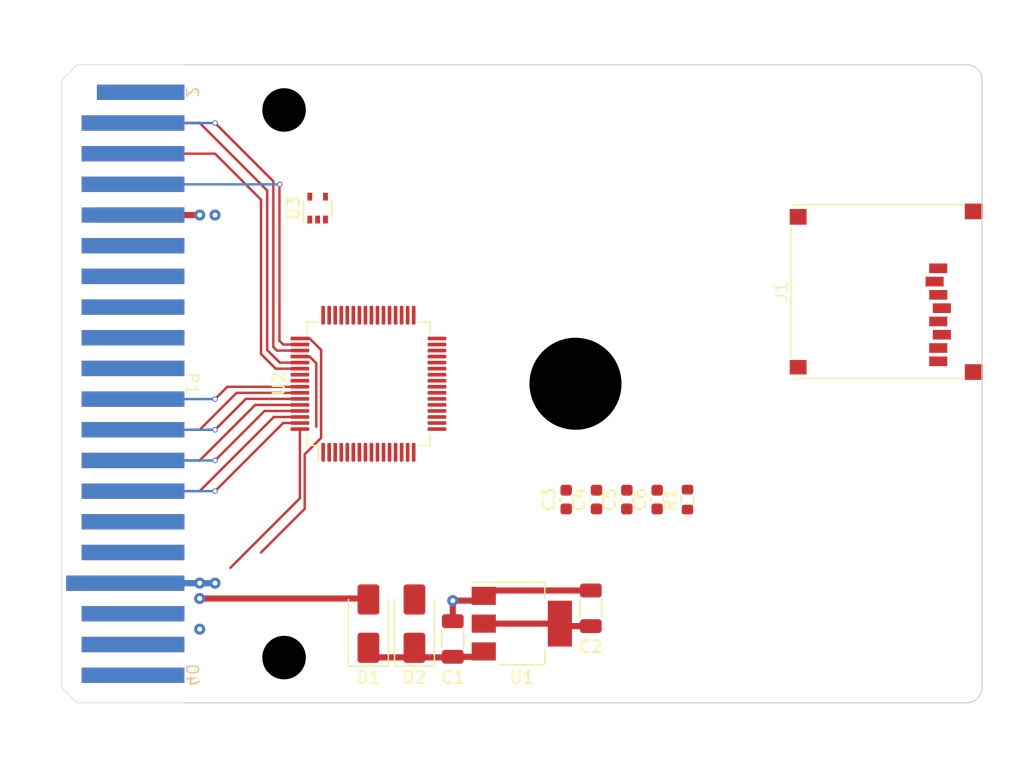
<source format=kicad_pcb>
(kicad_pcb (version 20221018) (generator pcbnew)
  (title_block (title "TRS-80 CoCo Cart Emulator") (date "2023-11-24") (rev "v0.1") (company "© 2023 Sam Hanes, licensed under CERN-OHL-W v2") (comment 1 "https://github.com/Elemecca/coco-wedge"))
  (layers (0 "F.Cu" signal) (1 "In1.Cu" power) (2 "In2.Cu" power) (31 "B.Cu" signal) (34 "B.Paste" user) (35 "F.Paste" user) (36 "B.SilkS" user "B.Silkscreen") (37 "F.SilkS" user "F.Silkscreen") (38 "B.Mask" user) (39 "F.Mask" user) (44 "Edge.Cuts" user))
  (net 0 "")
  (net 1 "/+5V_IN")
  (net 2 "GND")
  (net 3 "+3V3")
  (net 4 "/OSC_IN")
  (net 5 "/OSC_OUT")
  (net 6 "+5V")
  (net 7 "VBUS")
  (net 8 "Net-(SW2-B)")
  (net 9 "/~{BOOT}")
  (net 10 "/E")
  (net 11 "/Q")
  (net 15 "/SWD_~{RST}")
  (net 16 "/D0")
  (net 17 "/D1")
  (net 18 "/D2")
  (net 19 "/D3")
  (net 24 "/SD_~{CS}")
  (net 25 "/SD_SCLK")
  (net 26 "/SD_MISO")
  (net 27 "/SD_MOSI")
  (net 28 "/D4")
  (net 29 "/D5")
  (net 30 "/A0")
  (net 31 "/A1")
  (net 32 "/A2")
  (net 33 "/A10")
  (net 34 "/A11")
  (net 35 "/A12")
  (net 36 "/A13")
  (net 37 "/A14")
  (net 38 "/A15")
  (net 41 "/D6")
  (net 42 "/D7")
  (net 46 "/USB_DM")
  (net 47 "/USB_DP")
  (net 48 "/SWD_DIO")
  (net 49 "/SWD_CLK")
  (net 51 "/R{slash}~{W}")
  (net 52 "/~{CTS}")
  (net 53 "/~{CART}")
  (net 54 "/~{NMI}")
  (net 55 "/~{SLEN}")
  (net 56 "/~{HALT}")
  (net 57 "/~{RESET}")
  (net 60 "/A3")
  (net 61 "/A4")
  (net 62 "/A5")
  (net 63 "/A6")
  (net 64 "/A7")
  (net 65 "/A8")
  (net 66 "/A9")
  (net 67 "/~{SCS}")
  (net 74 "/SD_DET")
  (footprint "Diode_SMD:D_SMA" (layer "F.Cu") (at 127 121.461 90)
    (fp_text reference "D1" (at -4.445 0) (layer "F.SilkS"))
    (fp_text value "SS12-AT" hide)
    (fp_line (start -3.51 -1.65) (end -3.51 1.65) (stroke (width 0.12)) (layer "F.SilkS"))
    (fp_line (start -3.51 -1.65) (end 2 -1.65) (stroke (width 0.12)) (layer "F.SilkS"))
    (fp_line (start -3.51 1.65) (end 2 1.65) (stroke (width 0.12)) (layer "F.SilkS"))
    (pad "1" smd roundrect (at -2 0 90) (size 2.5 1.8) (layers "F.Cu" "F.Paste" "F.Mask") (roundrect_rratio 0.1388888889) (net 1 "/+5V_IN"))
    (pad "2" smd roundrect (at 2 0 90) (size 2.5 1.8) (layers "F.Cu" "F.Paste" "F.Mask") (roundrect_rratio 0.1388888889) (net 6 "+5V"))
  )
  (footprint "Capacitor_SMD:C_1206_3216Metric" (layer "F.Cu") (at 133.985 122.731 90)
    (fp_text reference "C1" (at -3.175 0) (layer "F.SilkS"))
    (fp_text value "22u")
    (fp_line (start -0.711252 -0.91) (end 0.711252 -0.91) (stroke (width 0.12)) (layer "F.SilkS"))
    (fp_line (start -0.711252 0.91) (end 0.711252 0.91) (stroke (width 0.12)) (layer "F.SilkS"))
    (pad "1" smd roundrect (at -1.475 0 90) (size 1.15 1.8) (layers "F.Cu" "F.Paste" "F.Mask") (roundrect_rratio 0.217391) (net 1 "/+5V_IN"))
    (pad "2" smd roundrect (at 1.475 0 90) (size 1.15 1.8) (layers "F.Cu" "F.Paste" "F.Mask") (roundrect_rratio 0.217391) (net 2 "GND"))
  )
  (footprint "Diode_SMD:D_SMA" (layer "F.Cu") (at 130.81 121.461 90)
    (fp_text reference "D2" (at -4.445 0) (layer "F.SilkS"))
    (fp_text value "SS12-AT")
    (fp_line (start -3.51 -1.65) (end -3.51 1.65) (stroke (width 0.12)) (layer "F.SilkS"))
    (fp_line (start -3.51 -1.65) (end 2 -1.65) (stroke (width 0.12)) (layer "F.SilkS"))
    (fp_line (start -3.51 1.65) (end 2 1.65) (stroke (width 0.12)) (layer "F.SilkS"))
    (pad "1" smd roundrect (at -2 0 90) (size 2.5 1.8) (layers "F.Cu" "F.Paste" "F.Mask") (roundrect_rratio 0.1388888889) (net 1 "/+5V_IN"))
    (pad "2" smd roundrect (at 2 0 90) (size 2.5 1.8) (layers "F.Cu" "F.Paste" "F.Mask") (roundrect_rratio 0.1388888889) (net 7 "VBUS"))
  )
  (footprint "Package_TO_SOT_SMD:SOT-223-3_TabPin2" (layer "F.Cu") (at 139.7 121.461)
    (fp_text reference "U1" (at 0 4.445) (layer "F.SilkS"))
    (fp_text value "AMS1117-3.3")
    (fp_line (start -4.1 -3.41) (end 1.91 -3.41) (stroke (width 0.12)) (layer "F.SilkS"))
    (fp_line (start -1.85 3.41) (end 1.91 3.41) (stroke (width 0.12)) (layer "F.SilkS"))
    (fp_line (start 1.91 -3.41) (end 1.91 -2.15) (stroke (width 0.12)) (layer "F.SilkS"))
    (fp_line (start 1.91 3.41) (end 1.91 2.15) (stroke (width 0.12)) (layer "F.SilkS"))
    (pad "1" smd rect (at -3.15 -2.3) (size 2 1.5) (layers "F.Cu" "F.Paste" "F.Mask") (net 2 "GND"))
    (pad "2" smd rect (at -3.15 0) (size 2 1.5) (layers "F.Cu" "F.Paste" "F.Mask") (net 3 "+3V3"))
    (pad "2" smd rect (at 3.15 0) (size 2 3.8) (layers "F.Cu" "F.Paste" "F.Mask") (net 3 "+3V3"))
    (pad "3" smd rect (at -3.15 2.3) (size 2 1.5) (layers "F.Cu" "F.Paste" "F.Mask") (net 1 "/+5V_IN"))
  )
  (footprint "Resistor_SMD:R_0603_1608Metric" (layer "F.Cu") (at 153.416 111.189 90)
    (fp_text reference "R1" (at 0 -1.43 90) (layer "F.SilkS"))
    (fp_text value "100k")
    (fp_line (start -0.237258 -0.5225) (end 0.237258 -0.5225) (stroke (width 0.12)) (layer "F.SilkS"))
    (fp_line (start -0.237258 0.5225) (end 0.237258 0.5225) (stroke (width 0.12)) (layer "F.SilkS"))
    (pad "1" smd roundrect (at -0.825 0 90) (size 0.8 0.95) (layers "F.Cu" "F.Paste" "F.Mask") (net 8 "Net-(SW2-B)"))
    (pad "2" smd roundrect (at 0.825 0 90) (size 0.8 0.95) (layers "F.Cu" "F.Paste" "F.Mask") (net 9 "/~{BOOT}"))
  )
  (footprint "Capacitor_SMD:C_0603_1608Metric" (layer "F.Cu") (at 145.886 111.189 90)
    (fp_text reference "C4" (at 0 -1.43 90) (layer "F.SilkS"))
    (fp_text value "20p")
    (fp_line (start -0.14058 -0.51) (end 0.14058 -0.51) (stroke (width 0.12)) (layer "F.SilkS"))
    (fp_line (start -0.14058 0.51) (end 0.14058 0.51) (stroke (width 0.12)) (layer "F.SilkS"))
    (pad "1" smd roundrect (at -0.775 0 90) (size 0.9 0.95) (layers "F.Cu" "F.Paste" "F.Mask") (net 5 "/OSC_OUT"))
    (pad "2" smd roundrect (at 0.775 0 90) (size 0.9 0.95) (layers "F.Cu" "F.Paste" "F.Mask") (net 2 "GND"))
  )
  (footprint "Capacitor_SMD:C_0603_1608Metric" (layer "F.Cu") (at 143.376 111.189 90)
    (fp_text reference "C3" (at 0 -1.43 90) (layer "F.SilkS"))
    (fp_text value "20p")
    (fp_line (start -0.14058 -0.51) (end 0.14058 -0.51) (stroke (width 0.12)) (layer "F.SilkS"))
    (fp_line (start -0.14058 0.51) (end 0.14058 0.51) (stroke (width 0.12)) (layer "F.SilkS"))
    (pad "1" smd roundrect (at -0.775 0 90) (size 0.9 0.95) (layers "F.Cu" "F.Paste" "F.Mask") (net 4 "/OSC_IN"))
    (pad "2" smd roundrect (at 0.775 0 90) (size 0.9 0.95) (layers "F.Cu" "F.Paste" "F.Mask") (net 2 "GND"))
  )
  (footprint "Capacitor_SMD:C_1206_3216Metric" (layer "F.Cu") (at 145.415 120.191 90)
    (fp_text reference "C2" (at -3.175 0) (layer "F.SilkS"))
    (fp_text value "22u")
    (fp_line (start -0.711252 -0.91) (end 0.711252 -0.91) (stroke (width 0.12)) (layer "F.SilkS"))
    (fp_line (start -0.711252 0.91) (end 0.711252 0.91) (stroke (width 0.12)) (layer "F.SilkS"))
    (pad "1" smd roundrect (at -1.475 0 90) (size 1.15 1.8) (layers "F.Cu" "F.Paste" "F.Mask") (roundrect_rratio 0.217391) (net 3 "+3V3"))
    (pad "2" smd roundrect (at 1.475 0 90) (size 1.15 1.8) (layers "F.Cu" "F.Paste" "F.Mask") (roundrect_rratio 0.217391) (net 2 "GND"))
  )
  (footprint "Capacitor_SMD:C_0603_1608Metric" (layer "F.Cu") (at 148.396 111.189 90)
    (fp_text reference "C5" (at 0 -1.43 90) (layer "F.SilkS"))
    (fp_text value "100n")
    (fp_line (start -0.14058 -0.51) (end 0.14058 -0.51) (stroke (width 0.12)) (layer "F.SilkS"))
    (fp_line (start -0.14058 0.51) (end 0.14058 0.51) (stroke (width 0.12)) (layer "F.SilkS"))
    (pad "1" smd roundrect (at -0.775 0 90) (size 0.9 0.95) (layers "F.Cu" "F.Paste" "F.Mask") (net 3 "+3V3"))
    (pad "2" smd roundrect (at 0.775 0 90) (size 0.9 0.95) (layers "F.Cu" "F.Paste" "F.Mask") (net 2 "GND"))
  )
  (footprint "Package_TO_SOT_SMD:SOT-353_SC-70-5" (layer "F.Cu") (at 122.794 87.056 90)
    (fp_text reference "U3" (at 0 -2 90) (layer "F.SilkS"))
    (fp_text value "74LVC1G07")
    (fp_line (start -0.7 1.16) (end 0.7 1.16) (stroke (width 0.12)) (layer "F.SilkS"))
    (fp_line (start 0.7 -1.16) (end -1.2 -1.16) (stroke (width 0.12)) (layer "F.SilkS"))
    (pad "1" smd rect (at -0.95 -0.65 90) (size 0.65 0.4) (layers "F.Cu" "F.Paste" "F.Mask"))
    (pad "2" smd rect (at -0.95 0 90) (size 0.65 0.4) (layers "F.Cu" "F.Paste" "F.Mask") (net 9 "/~{BOOT}"))
    (pad "3" smd rect (at -0.95 0.65 90) (size 0.65 0.4) (layers "F.Cu" "F.Paste" "F.Mask") (net 2 "GND"))
    (pad "4" smd rect (at 0.95 0.65 90) (size 0.65 0.4) (layers "F.Cu" "F.Paste" "F.Mask") (net 57 "/~{RESET}"))
    (pad "5" smd rect (at 0.95 -0.65 90) (size 0.65 0.4) (layers "F.Cu" "F.Paste" "F.Mask") (net 3 "+3V3"))
  )
  (footprint "0Local:CoCo_Cart" (layer "F.Cu") (at 101.6 101.6 -90)
    (fp_text reference "P1" (at 0 -10.795 -90 unlocked) (layer "F.SilkS") (effects (font (thickness 0.1))))
    (fp_text value "~" hide)
    (fp_text user "40" (at 24.13 -10.795 -90 unlocked) (layer "B.SilkS") (effects (font (thickness 0.1)) (justify mirror)))
    (fp_text user "2" (at -24.13 -10.795 -90 unlocked) (layer "B.SilkS") (effects (font (thickness 0.1)) (justify mirror)))
    (fp_text user "39" (at 24.13 -10.795 -90 unlocked) (layer "F.SilkS") (effects (font (thickness 0.1))))
    (fp_text user "1" (at -24.13 -10.795 -90 unlocked) (layer "F.SilkS") (effects (font (thickness 0.1))))
    (fp_line (start -26.416 -1.27) (end -26.416 -10.16) (stroke (width 0.05)) (layer "Edge.Cuts"))
    (fp_line (start -25.146 0) (end -26.416 -1.27) (stroke (width 0.05)) (layer "Edge.Cuts"))
    (fp_line (start -25.146 0) (end 25.146 0) (stroke (width 0.05)) (layer "Edge.Cuts"))
    (fp_line (start 25.146 0) (end 26.416 -1.27) (stroke (width 0.05)) (layer "Edge.Cuts"))
    (fp_line (start 26.416 -1.27) (end 26.416 -10.16) (stroke (width 0.05)) (layer "Edge.Cuts"))
    (pad "" np_thru_hole circle (at -22.6695 -18.415 270) (size 5.715 5.715) (drill 3.6068) (layers "*.Mask"))
    (pad "" np_thru_hole circle (at 0 -42.545 90) (size 7.62 7.62) (drill 7.62) (layers "*.Mask"))
    (pad "" np_thru_hole circle (at 22.6695 -18.415 90) (size 5.715 5.715) (drill 3.6068) (layers "*.Mask"))
    (pad "1" connect rect (at -24.13 -6.5405 90) (size 1.27 7.239) (layers "F.Cu"))
    (pad "2" connect rect (at -24.13 -6.5405 90) (size 1.27 7.239) (layers "B.Cu"))
    (pad "3" connect rect (at -21.59 -5.9055 90) (size 1.27 8.509) (layers "F.Cu") (net 56 "/~{HALT}"))
    (pad "4" connect rect (at -21.59 -5.9055 90) (size 1.27 8.509) (layers "B.Cu") (net 54 "/~{NMI}"))
    (pad "5" connect rect (at -19.05 -5.9055 90) (size 1.27 8.509) (layers "F.Cu") (net 57 "/~{RESET}"))
    (pad "6" connect rect (at -19.05 -5.9055 90) (size 1.27 8.509) (layers "B.Cu") (net 10 "/E"))
    (pad "7" connect rect (at -16.51 -5.9055 90) (size 1.27 8.509) (layers "F.Cu") (net 11 "/Q"))
    (pad "8" connect rect (at -16.51 -5.9055 90) (size 1.27 8.509) (layers "B.Cu") (net 53 "/~{CART}"))
    (pad "9" connect rect (at -13.97 -6.5405 90) (size 1.27 7.239) (layers "F.Cu") (net 6 "+5V"))
    (pad "10" connect rect (at -13.97 -5.9055 90) (size 1.27 8.509) (layers "B.Cu") (net 16 "/D0"))
    (pad "11" connect rect (at -11.43 -5.9055 90) (size 1.27 8.509) (layers "F.Cu") (net 17 "/D1"))
    (pad "12" connect rect (at -11.43 -5.9055 90) (size 1.27 8.509) (layers "B.Cu") (net 18 "/D2"))
    (pad "13" connect rect (at -8.89 -5.9055 90) (size 1.27 8.509) (layers "F.Cu") (net 19 "/D3"))
    (pad "14" connect rect (at -8.89 -5.9055 90) (size 1.27 8.509) (layers "B.Cu") (net 28 "/D4"))
    (pad "15" connect rect (at -6.35 -5.9055 90) (size 1.27 8.509) (layers "F.Cu") (net 29 "/D5"))
    (pad "16" connect rect (at -6.35 -5.9055 90) (size 1.27 8.509) (layers "B.Cu") (net 41 "/D6"))
    (pad "17" connect rect (at -3.81 -5.9055 90) (size 1.27 8.509) (layers "F.Cu") (net 42 "/D7"))
    (pad "18" connect rect (at -3.81 -5.9055 90) (size 1.27 8.509) (layers "B.Cu") (net 51 "/R{slash}~{W}"))
    (pad "19" connect rect (at -1.27 -5.9055 90) (size 1.27 8.509) (layers "F.Cu") (net 30 "/A0"))
    (pad "20" connect rect (at -1.27 -5.9055 90) (size 1.27 8.509) (layers "B.Cu") (net 31 "/A1"))
    (pad "21" connect rect (at 1.27 -5.9055 90) (size 1.27 8.509) (layers "F.Cu") (net 32 "/A2"))
    (pad "22" connect rect (at 1.27 -5.9055 90) (size 1.27 8.509) (layers "B.Cu") (net 60 "/A3"))
    (pad "23" connect rect (at 3.81 -5.9055 90) (size 1.27 8.509) (layers "F.Cu") (net 61 "/A4"))
    (pad "24" connect rect (at 3.81 -5.9055 90) (size 1.27 8.509) (layers "B.Cu") (net 62 "/A5"))
    (pad "25" connect rect (at 6.35 -5.9055 90) (size 1.27 8.509) (layers "F.Cu") (net 63 "/A6"))
    (pad "26" connect rect (at 6.35 -5.9055 90) (size 1.27 8.509) (layers "B.Cu") (net 64 "/A7"))
    (pad "27" connect rect (at 8.89 -5.9055 90) (size 1.27 8.509) (layers "F.Cu") (net 65 "/A8"))
    (pad "28" connect rect (at 8.89 -5.9055 90) (size 1.27 8.509) (layers "B.Cu") (net 66 "/A9"))
    (pad "29" connect rect (at 11.43 -5.9055 90) (size 1.27 8.509) (layers "F.Cu") (net 33 "/A10"))
    (pad "30" connect rect (at 11.43 -5.9055 90) (size 1.27 8.509) (layers "B.Cu") (net 34 "/A11"))
    (pad "31" connect rect (at 13.97 -5.9055 90) (size 1.27 8.509) (layers "F.Cu") (net 35 "/A12"))
    (pad "32" connect rect (at 13.97 -5.9055 90) (size 1.27 8.509) (layers "B.Cu") (net 52 "/~{CTS}"))
    (pad "33" connect rect (at 16.51 -5.2705 90) (size 1.27 9.779) (layers "F.Cu") (net 2 "GND"))
    (pad "34" connect rect (at 16.51 -5.2705 90) (size 1.27 9.779) (layers "B.Cu") (net 2 "GND"))
    (pad "35" connect rect (at 19.05 -5.9055 90) (size 1.27 8.509) (layers "F.Cu"))
    (pad "36" connect rect (at 19.05 -5.9055 90) (size 1.27 8.509) (layers "B.Cu") (net 67 "/~{SCS}"))
    (pad "37" connect rect (at 21.59 -5.9055 90) (size 1.27 8.509) (layers "F.Cu") (net 36 "/A13"))
    (pad "38" connect rect (at 21.59 -5.9055 90) (size 1.27 8.509) (layers "B.Cu") (net 37 "/A14"))
    (pad "39" connect rect (at 24.13 -5.9055 90) (size 1.27 8.509) (layers "F.Cu") (net 38 "/A15"))
    (pad "40" connect rect (at 24.13 -5.9055 90) (size 1.27 8.509) (layers "B.Cu") (net 55 "/~{SLEN}"))
  )
  (footprint "Capacitor_SMD:C_0603_1608Metric" (layer "F.Cu") (at 150.906 111.189 90)
    (fp_text reference "C6" (at 0 -1.43 90) (layer "F.SilkS"))
    (fp_text value "2u2")
    (fp_line (start -0.14058 -0.51) (end 0.14058 -0.51) (stroke (width 0.12)) (layer "F.SilkS"))
    (fp_line (start -0.14058 0.51) (end 0.14058 0.51) (stroke (width 0.12)) (layer "F.SilkS"))
    (pad "1" smd roundrect (at -0.775 0 90) (size 0.9 0.95) (layers "F.Cu" "F.Paste" "F.Mask") (net 3 "+3V3"))
    (pad "2" smd roundrect (at 0.775 0 90) (size 0.9 0.95) (layers "F.Cu" "F.Paste" "F.Mask") (net 2 "GND"))
  )
  (footprint "Package_QFP:LQFP-64_10x10mm_P0.5mm" (layer "F.Cu") (at 127 101.6 90)
    (fp_text reference "U2" (at 0 -7.4 90) (layer "F.SilkS"))
    (fp_text value "STM32G0B0RETx")
    (fp_line (start -5.11 -5.11) (end -5.11 -4.16) (stroke (width 0.12)) (layer "F.SilkS"))
    (fp_line (start -5.11 -4.16) (end -6.45 -4.16) (stroke (width 0.12)) (layer "F.SilkS"))
    (fp_line (start -5.11 5.11) (end -5.11 4.16) (stroke (width 0.12)) (layer "F.SilkS"))
    (fp_line (start -4.16 -5.11) (end -5.11 -5.11) (stroke (width 0.12)) (layer "F.SilkS"))
    (fp_line (start -4.16 5.11) (end -5.11 5.11) (stroke (width 0.12)) (layer "F.SilkS"))
    (fp_line (start 4.16 -5.11) (end 5.11 -5.11) (stroke (width 0.12)) (layer "F.SilkS"))
    (fp_line (start 4.16 5.11) (end 5.11 5.11) (stroke (width 0.12)) (layer "F.SilkS"))
    (fp_line (start 5.11 -5.11) (end 5.11 -4.16) (stroke (width 0.12)) (layer "F.SilkS"))
    (fp_line (start 5.11 5.11) (end 5.11 4.16) (stroke (width 0.12)) (layer "F.SilkS"))
    (pad "1" smd roundrect (at -5.675 -3.75 90) (size 1.55 0.3) (layers "F.Cu" "F.Paste" "F.Mask") (net 10 "/E"))
    (pad "2" smd roundrect (at -5.675 -3.25 90) (size 1.55 0.3) (layers "F.Cu" "F.Paste" "F.Mask") (net 11 "/Q"))
    (pad "3" smd roundrect (at -5.675 -2.75 90) (size 1.55 0.3) (layers "F.Cu" "F.Paste" "F.Mask"))
    (pad "4" smd roundrect (at -5.675 -2.25 90) (size 1.55 0.3) (layers "F.Cu" "F.Paste" "F.Mask"))
    (pad "5" smd roundrect (at -5.675 -1.75 90) (size 1.55 0.3) (layers "F.Cu" "F.Paste" "F.Mask"))
    (pad "6" smd roundrect (at -5.675 -1.25 90) (size 1.55 0.3) (layers "F.Cu" "F.Paste" "F.Mask") (net 3 "+3V3"))
    (pad "7" smd roundrect (at -5.675 -0.75 90) (size 1.55 0.3) (layers "F.Cu" "F.Paste" "F.Mask") (net 3 "+3V3"))
    (pad "8" smd roundrect (at -5.675 -0.25 90) (size 1.55 0.3) (layers "F.Cu" "F.Paste" "F.Mask") (net 3 "+3V3"))
    (pad "9" smd roundrect (at -5.675 0.25 90) (size 1.55 0.3) (layers "F.Cu" "F.Paste" "F.Mask") (net 2 "GND"))
    (pad "10" smd roundrect (at -5.675 0.75 90) (size 1.55 0.3) (layers "F.Cu" "F.Paste" "F.Mask") (net 4 "/OSC_IN"))
    (pad "11" smd roundrect (at -5.675 1.25 90) (size 1.55 0.3) (layers "F.Cu" "F.Paste" "F.Mask") (net 5 "/OSC_OUT"))
    (pad "12" smd roundrect (at -5.675 1.75 90) (size 1.55 0.3) (layers "F.Cu" "F.Paste" "F.Mask") (net 15 "/SWD_~{RST}"))
    (pad "13" smd roundrect (at -5.675 2.25 90) (size 1.55 0.3) (layers "F.Cu" "F.Paste" "F.Mask") (net 16 "/D0"))
    (pad "14" smd roundrect (at -5.675 2.75 90) (size 1.55 0.3) (layers "F.Cu" "F.Paste" "F.Mask") (net 17 "/D1"))
    (pad "15" smd roundrect (at -5.675 3.25 90) (size 1.55 0.3) (layers "F.Cu" "F.Paste" "F.Mask") (net 18 "/D2"))
    (pad "16" smd roundrect (at -5.675 3.75 90) (size 1.55 0.3) (layers "F.Cu" "F.Paste" "F.Mask") (net 19 "/D3"))
    (pad "17" smd roundrect (at -3.75 5.675 90) (size 0.3 1.55) (layers "F.Cu" "F.Paste" "F.Mask"))
    (pad "18" smd roundrect (at -3.25 5.675 90) (size 0.3 1.55) (layers "F.Cu" "F.Paste" "F.Mask"))
    (pad "19" smd roundrect (at -2.75 5.675 90) (size 0.3 1.55) (layers "F.Cu" "F.Paste" "F.Mask"))
    (pad "20" smd roundrect (at -2.25 5.675 90) (size 0.3 1.55) (layers "F.Cu" "F.Paste" "F.Mask"))
    (pad "21" smd roundrect (at -1.75 5.675 90) (size 0.3 1.55) (layers "F.Cu" "F.Paste" "F.Mask") (net 24 "/SD_~{CS}"))
    (pad "22" smd roundrect (at -1.25 5.675 90) (size 0.3 1.55) (layers "F.Cu" "F.Paste" "F.Mask") (net 25 "/SD_SCLK"))
    (pad "23" smd roundrect (at -0.75 5.675 90) (size 0.3 1.55) (layers "F.Cu" "F.Paste" "F.Mask") (net 26 "/SD_MISO"))
    (pad "24" smd roundrect (at -0.25 5.675 90) (size 0.3 1.55) (layers "F.Cu" "F.Paste" "F.Mask") (net 27 "/SD_MOSI"))
    (pad "25" smd roundrect (at 0.25 5.675 90) (size 0.3 1.55) (layers "F.Cu" "F.Paste" "F.Mask") (net 28 "/D4"))
    (pad "26" smd roundrect (at 0.75 5.675 90) (size 0.3 1.55) (layers "F.Cu" "F.Paste" "F.Mask") (net 29 "/D5"))
    (pad "27" smd roundrect (at 1.25 5.675 90) (size 0.3 1.55) (layers "F.Cu" "F.Paste" "F.Mask") (net 30 "/A0"))
    (pad "28" smd roundrect (at 1.75 5.675 90) (size 0.3 1.55) (layers "F.Cu" "F.Paste" "F.Mask") (net 31 "/A1"))
    (pad "29" smd roundrect (at 2.25 5.675 90) (size 0.3 1.55) (layers "F.Cu" "F.Paste" "F.Mask") (net 32 "/A2"))
    (pad "30" smd roundrect (at 2.75 5.675 90) (size 0.3 1.55) (layers "F.Cu" "F.Paste" "F.Mask") (net 33 "/A10"))
    (pad "31" smd roundrect (at 3.25 5.675 90) (size 0.3 1.55) (layers "F.Cu" "F.Paste" "F.Mask") (net 34 "/A11"))
    (pad "32" smd roundrect (at 3.75 5.675 90) (size 0.3 1.55) (layers "F.Cu" "F.Paste" "F.Mask") (net 35 "/A12"))
    (pad "33" smd roundrect (at 5.675 3.75 90) (size 1.55 0.3) (layers "F.Cu" "F.Paste" "F.Mask") (net 36 "/A13"))
    (pad "34" smd roundrect (at 5.675 3.25 90) (size 1.55 0.3) (layers "F.Cu" "F.Paste" "F.Mask") (net 37 "/A14"))
    (pad "35" smd roundrect (at 5.675 2.75 90) (size 1.55 0.3) (layers "F.Cu" "F.Paste" "F.Mask") (net 38 "/A15"))
    (pad "36" smd roundrect (at 5.675 2.25 90) (size 1.55 0.3) (layers "F.Cu" "F.Paste" "F.Mask"))
    (pad "37" smd roundrect (at 5.675 1.75 90) (size 1.55 0.3) (layers "F.Cu" "F.Paste" "F.Mask"))
    (pad "38" smd roundrect (at 5.675 1.25 90) (size 1.55 0.3) (layers "F.Cu" "F.Paste" "F.Mask") (net 41 "/D6"))
    (pad "39" smd roundrect (at 5.675 0.75 90) (size 1.55 0.3) (layers "F.Cu" "F.Paste" "F.Mask") (net 42 "/D7"))
    (pad "40" smd roundrect (at 5.675 0.25 90) (size 1.55 0.3) (layers "F.Cu" "F.Paste" "F.Mask"))
    (pad "41" smd roundrect (at 5.675 -0.25 90) (size 1.55 0.3) (layers "F.Cu" "F.Paste" "F.Mask"))
    (pad "42" smd roundrect (at 5.675 -0.75 90) (size 1.55 0.3) (layers "F.Cu" "F.Paste" "F.Mask"))
    (pad "43" smd roundrect (at 5.675 -1.25 90) (size 1.55 0.3) (layers "F.Cu" "F.Paste" "F.Mask") (net 46 "/USB_DM"))
    (pad "44" smd roundrect (at 5.675 -1.75 90) (size 1.55 0.3) (layers "F.Cu" "F.Paste" "F.Mask") (net 47 "/USB_DP"))
    (pad "45" smd roundrect (at 5.675 -2.25 90) (size 1.55 0.3) (layers "F.Cu" "F.Paste" "F.Mask") (net 48 "/SWD_DIO"))
    (pad "46" smd roundrect (at 5.675 -2.75 90) (size 1.55 0.3) (layers "F.Cu" "F.Paste" "F.Mask") (net 49 "/SWD_CLK"))
    (pad "47" smd roundrect (at 5.675 -3.25 90) (size 1.55 0.3) (layers "F.Cu" "F.Paste" "F.Mask"))
    (pad "48" smd roundrect (at 5.675 -3.75 90) (size 1.55 0.3) (layers "F.Cu" "F.Paste" "F.Mask") (net 51 "/R{slash}~{W}"))
    (pad "49" smd roundrect (at 3.75 -5.675 90) (size 0.3 1.55) (layers "F.Cu" "F.Paste" "F.Mask") (net 52 "/~{CTS}"))
    (pad "50" smd roundrect (at 3.25 -5.675 90) (size 0.3 1.55) (layers "F.Cu" "F.Paste" "F.Mask") (net 53 "/~{CART}"))
    (pad "51" smd roundrect (at 2.75 -5.675 90) (size 0.3 1.55) (layers "F.Cu" "F.Paste" "F.Mask") (net 54 "/~{NMI}"))
    (pad "52" smd roundrect (at 2.25 -5.675 90) (size 0.3 1.55) (layers "F.Cu" "F.Paste" "F.Mask") (net 55 "/~{SLEN}"))
    (pad "53" smd roundrect (at 1.75 -5.675 90) (size 0.3 1.55) (layers "F.Cu" "F.Paste" "F.Mask") (net 56 "/~{HALT}"))
    (pad "54" smd roundrect (at 1.25 -5.675 90) (size 0.3 1.55) (layers "F.Cu" "F.Paste" "F.Mask") (net 57 "/~{RESET}"))
    (pad "55" smd roundrect (at 0.75 -5.675 90) (size 0.3 1.55) (layers "F.Cu" "F.Paste" "F.Mask"))
    (pad "56" smd roundrect (at 0.25 -5.675 90) (size 0.3 1.55) (layers "F.Cu" "F.Paste" "F.Mask"))
    (pad "57" smd roundrect (at -0.25 -5.675 90) (size 0.3 1.55) (layers "F.Cu" "F.Paste" "F.Mask") (net 60 "/A3"))
    (pad "58" smd roundrect (at -0.75 -5.675 90) (size 0.3 1.55) (layers "F.Cu" "F.Paste" "F.Mask") (net 61 "/A4"))
    (pad "59" smd roundrect (at -1.25 -5.675 90) (size 0.3 1.55) (layers "F.Cu" "F.Paste" "F.Mask") (net 62 "/A5"))
    (pad "60" smd roundrect (at -1.75 -5.675 90) (size 0.3 1.55) (layers "F.Cu" "F.Paste" "F.Mask") (net 63 "/A6"))
    (pad "61" smd roundrect (at -2.25 -5.675 90) (size 0.3 1.55) (layers "F.Cu" "F.Paste" "F.Mask") (net 64 "/A7"))
    (pad "62" smd roundrect (at -2.75 -5.675 90) (size 0.3 1.55) (layers "F.Cu" "F.Paste" "F.Mask") (net 65 "/A8"))
    (pad "63" smd roundrect (at -3.25 -5.675 90) (size 0.3 1.55) (layers "F.Cu" "F.Paste" "F.Mask") (net 66 "/A9"))
    (pad "64" smd roundrect (at -3.75 -5.675 90) (size 0.3 1.55) (layers "F.Cu" "F.Paste" "F.Mask") (net 67 "/~{SCS}"))
  )
  (footprint "0Project:Foxconn_WQ21823-DES1-7F" (layer "F.Cu") (at 162.18 100.98 90)
    (fp_text reference "J1" (at 7 -1 90 unlocked) (layer "F.SilkS") (effects (font (thickness 0.1))))
    (fp_text value "Foxconn_WQ21823-DES1-7F")
    (fp_line (start -0.2 14) (end -0.2 0) (stroke (width 0.1)) (layer "F.SilkS"))
    (fp_line (start 12.3 -0.2) (end 1.6 -0.2) (stroke (width 0.1)) (layer "F.SilkS"))
    (fp_line (start 14.2 14) (end 14.2 0) (stroke (width 0.1)) (layer "F.SilkS"))
    (pad "1" smd rect (at 8.94 12 90) (size 0.8 1.5) (layers "F.Cu" "F.Paste" "F.Mask"))
    (pad "2" smd rect (at 7.84 11.7 90) (size 0.8 1.5) (layers "F.Cu" "F.Paste" "F.Mask") (net 24 "/SD_~{CS}"))
    (pad "3" smd rect (at 6.74 12 90) (size 0.8 1.5) (layers "F.Cu" "F.Paste" "F.Mask") (net 27 "/SD_MOSI"))
    (pad "4" smd rect (at 5.64 12.3 90) (size 0.8 1.5) (layers "F.Cu" "F.Paste" "F.Mask") (net 3 "+3V3"))
    (pad "5" smd rect (at 4.54 12 90) (size 0.8 1.5) (layers "F.Cu" "F.Paste" "F.Mask") (net 25 "/SD_SCLK"))
    (pad "6" smd rect (at 3.44 12.3 90) (size 0.8 1.5) (layers "F.Cu" "F.Paste" "F.Mask") (net 2 "GND"))
    (pad "7" smd rect (at 2.34 12 90) (size 0.8 1.5) (layers "F.Cu" "F.Paste" "F.Mask") (net 26 "/SD_MISO"))
    (pad "8" smd rect (at 1.24 12 90) (size 0.8 1.5) (layers "F.Cu" "F.Paste" "F.Mask"))
    (pad "9" smd rect (at 13.2 0.4 90) (size 1.3 1.4) (layers "F.Cu" "F.Paste" "F.Mask") (net 2 "GND"))
    (pad "10" smd rect (at 0.75 0.4 90) (size 1.2 1.4) (layers "F.Cu" "F.Paste" "F.Mask") (net 74 "/SD_DET"))
    (pad "11" smd rect (at 0.35 14.95 90) (size 1.3 1.5) (layers "F.Cu" "F.Paste" "F.Mask") (net 2 "GND"))
    (pad "11" smd rect (at 13.65 14.95 90) (size 1.3 1.5) (layers "F.Cu" "F.Paste" "F.Mask") (net 2 "GND"))
  )
  (gr_line (start 111.76 75.184) (end 176.53 75.184) (stroke (width 0.1)) (layer "Edge.Cuts"))
  (gr_arc (start 176.53 75.184) (mid 177.428026 75.555974) (end 177.8 76.454) (stroke (width 0.1)) (layer "Edge.Cuts"))
  (gr_arc (start 177.8 126.746) (mid 177.428026 127.644026) (end 176.53 128.016) (stroke (width 0.1)) (layer "Edge.Cuts"))
  (gr_line (start 177.8 76.454) (end 177.8 126.746) (stroke (width 0.1)) (layer "Edge.Cuts"))
  (gr_line (start 111.76 128.016) (end 176.53 128.016) (stroke (width 0.1)) (layer "Edge.Cuts"))
  (segment (start 130.81 123.461) (end 131.604 124.255) (width 0.508) (layer "F.Cu") (net 1))
  (segment (start 131.604 124.255) (end 133.936 124.255) (width 0.508) (layer "F.Cu") (net 1))
  (segment (start 130.81 123.461) (end 130.016 124.255) (width 0.508) (layer "F.Cu") (net 1))
  (segment (start 136.105 124.206) (end 136.55 123.761) (width 0.508) (layer "F.Cu") (net 1))
  (segment (start 130.016 124.255) (end 127.794 124.255) (width 0.508) (layer "F.Cu") (net 1))
  (segment (start 133.985 124.206) (end 136.105 124.206) (width 0.508) (layer "F.Cu") (net 1))
  (segment (start 133.936 124.255) (end 133.985 124.206) (width 0.508) (layer "F.Cu") (net 1))
  (segment (start 127.794 124.255) (end 127 123.461) (width 0.508) (layer "F.Cu") (net 1))
  (segment (start 133.985 119.556) (end 136.155 119.556) (width 0.508) (layer "F.Cu") (net 2))
  (segment (start 136.155 119.556) (end 136.55 119.161) (width 0.508) (layer "F.Cu") (net 2))
  (segment (start 106.8705 118.11) (end 113.03 118.11) (width 0.508) (layer "F.Cu") (net 2))
  (segment (start 145.415 118.716) (end 136.995 118.716) (width 0.508) (layer "F.Cu") (net 2))
  (segment (start 133.985 121.256) (end 133.985 119.556) (width 0.508) (layer "F.Cu") (net 2))
  (segment (start 114.3 118.11) (end 113.03 118.11) (width 0.508) (layer "F.Cu") (net 2))
  (segment (start 136.995 118.716) (end 136.55 119.161) (width 0.508) (layer "F.Cu") (net 2))
  (via (at 114.3 87.63) (size 0.9144) (drill 0.4064) (layers "F.Cu" "B.Cu") (net 2))
  (via (at 113.03 121.92) (size 0.9144) (drill 0.4064) (layers "F.Cu" "B.Cu") (net 2))
  (via (at 114.3 118.11) (size 0.9144) (drill 0.4064) (layers "F.Cu" "B.Cu") (net 2))
  (via (at 113.03 118.11) (size 0.9144) (drill 0.4064) (layers "F.Cu" "B.Cu") (net 2))
  (via (at 133.985 119.556) (size 0.9144) (drill 0.4064) (layers "F.Cu" "B.Cu") (net 2))
  (segment (start 106.8705 118.11) (end 114.3 118.11) (width 0.508) (layer "B.Cu") (net 2))
  (segment (start 143.055 121.666) (end 142.85 121.461) (width 0.508) (layer "F.Cu") (net 3))
  (segment (start 136.55 121.461) (end 142.85 121.461) (width 0.508) (layer "F.Cu") (net 3))
  (segment (start 145.415 121.666) (end 143.055 121.666) (width 0.508) (layer "F.Cu") (net 3))
  (segment (start 108.1405 87.63) (end 113.03 87.63) (width 0.508) (layer "F.Cu") (net 6))
  (segment (start 126.919 119.38) (end 127 119.461) (width 0.508) (layer "F.Cu") (net 6))
  (segment (start 113.03 119.38) (end 126.919 119.38) (width 0.508) (layer "F.Cu") (net 6))
  (via (at 113.03 119.38) (size 0.9144) (drill 0.4064) (layers "F.Cu" "B.Cu") (net 6))
  (via (at 113.03 87.63) (size 0.9144) (drill 0.4064) (layers "F.Cu" "B.Cu") (net 6))
  (segment (start 121.325 97.85) (end 122.13241 97.85) (width 0.2) (layer "F.Cu") (net 52))
  (segment (start 122.13241 97.85) (end 123.082 98.79959) (width 0.2) (layer "F.Cu") (net 52))
  (segment (start 123.082 106.085) (end 121.725 107.442) (width 0.2) (layer "F.Cu") (net 52))
  (segment (start 123.082 98.79959) (end 123.082 106.085) (width 0.2) (layer "F.Cu") (net 52))
  (segment (start 121.725 111.955) (end 118.11 115.57) (width 0.2) (layer "F.Cu") (net 52))
  (segment (start 121.725 107.442) (end 121.725 111.955) (width 0.2) (layer "F.Cu") (net 52))
  (segment (start 119.634 85.1065) (end 119.6505 85.09) (width 0.2) (layer "F.Cu") (net 53))
  (segment (start 119.634 98.044) (end 119.634 96.012) (width 0.2) (layer "F.Cu") (net 53))
  (segment (start 121.325 98.35) (end 119.94 98.35) (width 0.2) (layer "F.Cu") (net 53))
  (segment (start 119.634 96.012) (end 119.634 85.1065) (width 0.2) (layer "F.Cu") (net 53))
  (segment (start 119.94 98.35) (end 119.634 98.044) (width 0.2) (layer "F.Cu") (net 53))
  (via (at 119.6505 85.09) (size 0.45) (drill 0.3) (layers "F.Cu" "B.Cu") (net 53))
  (segment (start 119.6505 85.09) (end 107.5055 85.09) (width 0.2) (layer "B.Cu") (net 53))
  (segment (start 119.126 98.552) (end 119.424 98.85) (width 0.2) (layer "F.Cu") (net 54))
  (segment (start 114.3 80.01) (end 119.126 84.836) (width 0.2) (layer "F.Cu") (net 54))
  (segment (start 119.424 98.85) (end 121.325 98.85) (width 0.2) (layer "F.Cu") (net 54))
  (segment (start 119.126 84.836) (end 119.126 98.552) (width 0.2) (layer "F.Cu") (net 54))
  (via (at 114.3 80.01) (size 0.45) (drill 0.3) (layers "F.Cu" "B.Cu") (net 54))
  (segment (start 114.3 80.01) (end 107.5055 80.01) (width 0.2) (layer "B.Cu") (net 54))
  (segment (start 122.13241 99.35) (end 122.682 99.89959) (width 0.2) (layer "F.Cu") (net 55))
  (segment (start 121.325 99.35) (end 122.13241 99.35) (width 0.2) (layer "F.Cu") (net 55))
  (segment (start 122.682 99.89959) (end 122.682 105.156) (width 0.2) (layer "F.Cu") (net 55))
  (segment (start 118.618 85.598) (end 113.03 80.01) (width 0.2) (layer "F.Cu") (net 56))
  (segment (start 119.662 99.85) (end 118.618 98.806) (width 0.2) (layer "F.Cu") (net 56))
  (segment (start 121.325 99.85) (end 119.662 99.85) (width 0.2) (layer "F.Cu") (net 56))
  (segment (start 113.03 80.01) (end 107.5055 80.01) (width 0.2) (layer "F.Cu") (net 56))
  (segment (start 118.618 98.806) (end 118.618 85.598) (width 0.2) (layer "F.Cu") (net 56))
  (segment (start 119.323795 100.35) (end 118.11 99.136205) (width 0.2) (layer "F.Cu") (net 57))
  (segment (start 121.325 100.35) (end 119.323795 100.35) (width 0.2) (layer "F.Cu") (net 57))
  (segment (start 118.11 86.36) (end 114.3 82.55) (width 0.2) (layer "F.Cu") (net 57))
  (segment (start 114.3 82.55) (end 107.5055 82.55) (width 0.2) (layer "F.Cu") (net 57))
  (segment (start 118.11 99.136205) (end 118.11 86.36) (width 0.2) (layer "F.Cu") (net 57))
  (segment (start 114.3 102.87) (end 115.32 101.85) (width 0.2) (layer "F.Cu") (net 60))
  (segment (start 115.32 101.85) (end 121.325 101.85) (width 0.2) (layer "F.Cu") (net 60))
  (via (at 114.3 102.87) (size 0.45) (drill 0.3) (layers "F.Cu" "B.Cu") (net 60))
  (segment (start 107.5055 102.87) (end 114.3 102.87) (width 0.2) (layer "B.Cu") (net 60))
  (segment (start 121.325 102.35) (end 116.09 102.35) (width 0.2) (layer "F.Cu") (net 61))
  (segment (start 116.09 102.35) (end 113.03 105.41) (width 0.2) (layer "F.Cu") (net 61))
  (segment (start 113.03 105.41) (end 107.5055 105.41) (width 0.2) (layer "F.Cu") (net 61))
  (segment (start 121.325 102.85) (end 116.86 102.85) (width 0.2) (layer "F.Cu") (net 62))
  (segment (start 116.86 102.85) (end 114.3 105.41) (width 0.2) (layer "F.Cu") (net 62))
  (via (at 114.3 105.41) (size 0.45) (drill 0.3) (layers "F.Cu" "B.Cu") (net 62))
  (segment (start 114.3 105.41) (end 107.5055 105.41) (width 0.2) (layer "B.Cu") (net 62))
  (segment (start 117.63 103.35) (end 113.03 107.95) (width 0.2) (layer "F.Cu") (net 63))
  (segment (start 113.03 107.95) (end 107.5055 107.95) (width 0.2) (layer "F.Cu") (net 63))
  (segment (start 121.325 103.35) (end 117.63 103.35) (width 0.2) (layer "F.Cu") (net 63))
  (segment (start 121.325 103.85) (end 118.4 103.85) (width 0.2) (layer "F.Cu") (net 64))
  (segment (start 118.4 103.85) (end 114.3 107.95) (width 0.2) (layer "F.Cu") (net 64))
  (via (at 114.3 107.95) (size 0.45) (drill 0.3) (layers "F.Cu" "B.Cu") (net 64))
  (segment (start 114.3 107.95) (end 107.5055 107.95) (width 0.2) (layer "B.Cu") (net 64))
  (segment (start 119.17 104.35) (end 113.03 110.49) (width 0.2) (layer "F.Cu") (net 65))
  (segment (start 113.03 110.49) (end 107.5055 110.49) (width 0.2) (layer "F.Cu") (net 65))
  (segment (start 121.325 104.35) (end 119.17 104.35) (width 0.2) (layer "F.Cu") (net 65))
  (segment (start 121.325 104.85) (end 119.94 104.85) (width 0.2) (layer "F.Cu") (net 66))
  (segment (start 119.94 104.85) (end 114.3 110.49) (width 0.2) (layer "F.Cu") (net 66))
  (via (at 114.3 110.49) (size 0.45) (drill 0.3) (layers "F.Cu" "B.Cu") (net 66))
  (segment (start 107.5055 110.49) (end 114.3 110.49) (width 0.2) (layer "B.Cu") (net 66))
  (segment (start 121.325 105.35) (end 121.325 111.085) (width 0.2) (layer "F.Cu") (net 67))
  (segment (start 121.325 111.085) (end 115.57 116.84) (width 0.2) (layer "F.Cu") (net 67))
)
</source>
